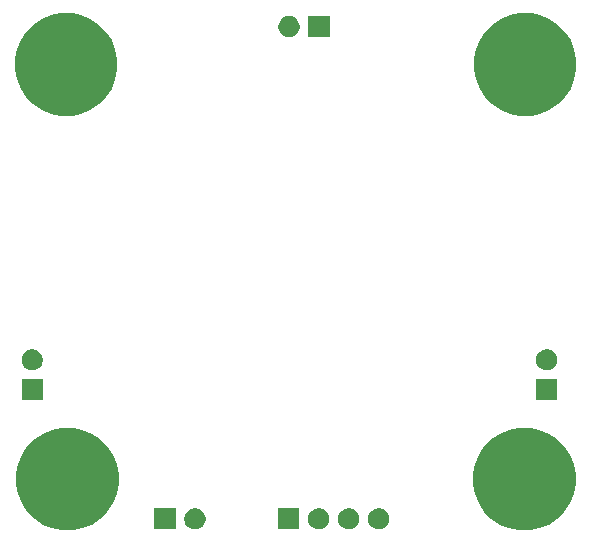
<source format=gbr>
G04 #@! TF.GenerationSoftware,KiCad,Pcbnew,(5.1.5)-3*
G04 #@! TF.CreationDate,2020-08-02T02:59:21-04:00*
G04 #@! TF.ProjectId,STM32F4,53544d33-3246-4342-9e6b-696361645f70,rev?*
G04 #@! TF.SameCoordinates,Original*
G04 #@! TF.FileFunction,Soldermask,Bot*
G04 #@! TF.FilePolarity,Negative*
%FSLAX46Y46*%
G04 Gerber Fmt 4.6, Leading zero omitted, Abs format (unit mm)*
G04 Created by KiCad (PCBNEW (5.1.5)-3) date 2020-08-02 02:59:21*
%MOMM*%
%LPD*%
G04 APERTURE LIST*
%ADD10C,0.100000*%
G04 APERTURE END LIST*
D10*
G36*
X63349656Y-97272794D02*
G01*
X64070640Y-97416206D01*
X64862472Y-97744193D01*
X65575101Y-98220357D01*
X66181143Y-98826399D01*
X66657307Y-99539028D01*
X66985294Y-100330860D01*
X67152500Y-101171464D01*
X67152500Y-102028536D01*
X66985294Y-102869140D01*
X66657307Y-103660972D01*
X66181143Y-104373601D01*
X65575101Y-104979643D01*
X64862472Y-105455807D01*
X64070640Y-105783794D01*
X63349656Y-105927206D01*
X63230037Y-105951000D01*
X62372963Y-105951000D01*
X62253344Y-105927206D01*
X61532360Y-105783794D01*
X60740528Y-105455807D01*
X60027899Y-104979643D01*
X59421857Y-104373601D01*
X58945693Y-103660972D01*
X58617706Y-102869140D01*
X58450500Y-102028536D01*
X58450500Y-101171464D01*
X58617706Y-100330860D01*
X58945693Y-99539028D01*
X59421857Y-98826399D01*
X60027899Y-98220357D01*
X60740528Y-97744193D01*
X61532360Y-97416206D01*
X62253344Y-97272794D01*
X62372963Y-97249000D01*
X63230037Y-97249000D01*
X63349656Y-97272794D01*
G37*
G36*
X102021156Y-97272794D02*
G01*
X102742140Y-97416206D01*
X103533972Y-97744193D01*
X104246601Y-98220357D01*
X104852643Y-98826399D01*
X105328807Y-99539028D01*
X105656794Y-100330860D01*
X105824000Y-101171464D01*
X105824000Y-102028536D01*
X105656794Y-102869140D01*
X105328807Y-103660972D01*
X104852643Y-104373601D01*
X104246601Y-104979643D01*
X103533972Y-105455807D01*
X102742140Y-105783794D01*
X102021156Y-105927206D01*
X101901537Y-105951000D01*
X101044463Y-105951000D01*
X100924844Y-105927206D01*
X100203860Y-105783794D01*
X99412028Y-105455807D01*
X98699399Y-104979643D01*
X98093357Y-104373601D01*
X97617193Y-103660972D01*
X97289206Y-102869140D01*
X97122000Y-102028536D01*
X97122000Y-101171464D01*
X97289206Y-100330860D01*
X97617193Y-99539028D01*
X98093357Y-98826399D01*
X98699399Y-98220357D01*
X99412028Y-97744193D01*
X100203860Y-97416206D01*
X100924844Y-97272794D01*
X101044463Y-97249000D01*
X101901537Y-97249000D01*
X102021156Y-97272794D01*
G37*
G36*
X82435000Y-105866500D02*
G01*
X80633000Y-105866500D01*
X80633000Y-104064500D01*
X82435000Y-104064500D01*
X82435000Y-105866500D01*
G37*
G36*
X73710012Y-104069427D02*
G01*
X73859312Y-104099124D01*
X74023284Y-104167044D01*
X74170854Y-104265647D01*
X74296353Y-104391146D01*
X74394956Y-104538716D01*
X74462876Y-104702688D01*
X74497500Y-104876759D01*
X74497500Y-105054241D01*
X74462876Y-105228312D01*
X74394956Y-105392284D01*
X74296353Y-105539854D01*
X74170854Y-105665353D01*
X74023284Y-105763956D01*
X73859312Y-105831876D01*
X73710012Y-105861573D01*
X73685242Y-105866500D01*
X73507758Y-105866500D01*
X73482988Y-105861573D01*
X73333688Y-105831876D01*
X73169716Y-105763956D01*
X73022146Y-105665353D01*
X72896647Y-105539854D01*
X72798044Y-105392284D01*
X72730124Y-105228312D01*
X72695500Y-105054241D01*
X72695500Y-104876759D01*
X72730124Y-104702688D01*
X72798044Y-104538716D01*
X72896647Y-104391146D01*
X73022146Y-104265647D01*
X73169716Y-104167044D01*
X73333688Y-104099124D01*
X73482988Y-104069427D01*
X73507758Y-104064500D01*
X73685242Y-104064500D01*
X73710012Y-104069427D01*
G37*
G36*
X71957500Y-105866500D02*
G01*
X70155500Y-105866500D01*
X70155500Y-104064500D01*
X71957500Y-104064500D01*
X71957500Y-105866500D01*
G37*
G36*
X89267512Y-104069427D02*
G01*
X89416812Y-104099124D01*
X89580784Y-104167044D01*
X89728354Y-104265647D01*
X89853853Y-104391146D01*
X89952456Y-104538716D01*
X90020376Y-104702688D01*
X90055000Y-104876759D01*
X90055000Y-105054241D01*
X90020376Y-105228312D01*
X89952456Y-105392284D01*
X89853853Y-105539854D01*
X89728354Y-105665353D01*
X89580784Y-105763956D01*
X89416812Y-105831876D01*
X89267512Y-105861573D01*
X89242742Y-105866500D01*
X89065258Y-105866500D01*
X89040488Y-105861573D01*
X88891188Y-105831876D01*
X88727216Y-105763956D01*
X88579646Y-105665353D01*
X88454147Y-105539854D01*
X88355544Y-105392284D01*
X88287624Y-105228312D01*
X88253000Y-105054241D01*
X88253000Y-104876759D01*
X88287624Y-104702688D01*
X88355544Y-104538716D01*
X88454147Y-104391146D01*
X88579646Y-104265647D01*
X88727216Y-104167044D01*
X88891188Y-104099124D01*
X89040488Y-104069427D01*
X89065258Y-104064500D01*
X89242742Y-104064500D01*
X89267512Y-104069427D01*
G37*
G36*
X86727512Y-104069427D02*
G01*
X86876812Y-104099124D01*
X87040784Y-104167044D01*
X87188354Y-104265647D01*
X87313853Y-104391146D01*
X87412456Y-104538716D01*
X87480376Y-104702688D01*
X87515000Y-104876759D01*
X87515000Y-105054241D01*
X87480376Y-105228312D01*
X87412456Y-105392284D01*
X87313853Y-105539854D01*
X87188354Y-105665353D01*
X87040784Y-105763956D01*
X86876812Y-105831876D01*
X86727512Y-105861573D01*
X86702742Y-105866500D01*
X86525258Y-105866500D01*
X86500488Y-105861573D01*
X86351188Y-105831876D01*
X86187216Y-105763956D01*
X86039646Y-105665353D01*
X85914147Y-105539854D01*
X85815544Y-105392284D01*
X85747624Y-105228312D01*
X85713000Y-105054241D01*
X85713000Y-104876759D01*
X85747624Y-104702688D01*
X85815544Y-104538716D01*
X85914147Y-104391146D01*
X86039646Y-104265647D01*
X86187216Y-104167044D01*
X86351188Y-104099124D01*
X86500488Y-104069427D01*
X86525258Y-104064500D01*
X86702742Y-104064500D01*
X86727512Y-104069427D01*
G37*
G36*
X84187512Y-104069427D02*
G01*
X84336812Y-104099124D01*
X84500784Y-104167044D01*
X84648354Y-104265647D01*
X84773853Y-104391146D01*
X84872456Y-104538716D01*
X84940376Y-104702688D01*
X84975000Y-104876759D01*
X84975000Y-105054241D01*
X84940376Y-105228312D01*
X84872456Y-105392284D01*
X84773853Y-105539854D01*
X84648354Y-105665353D01*
X84500784Y-105763956D01*
X84336812Y-105831876D01*
X84187512Y-105861573D01*
X84162742Y-105866500D01*
X83985258Y-105866500D01*
X83960488Y-105861573D01*
X83811188Y-105831876D01*
X83647216Y-105763956D01*
X83499646Y-105665353D01*
X83374147Y-105539854D01*
X83275544Y-105392284D01*
X83207624Y-105228312D01*
X83173000Y-105054241D01*
X83173000Y-104876759D01*
X83207624Y-104702688D01*
X83275544Y-104538716D01*
X83374147Y-104391146D01*
X83499646Y-104265647D01*
X83647216Y-104167044D01*
X83811188Y-104099124D01*
X83960488Y-104069427D01*
X83985258Y-104064500D01*
X84162742Y-104064500D01*
X84187512Y-104069427D01*
G37*
G36*
X60718000Y-94944500D02*
G01*
X58916000Y-94944500D01*
X58916000Y-93142500D01*
X60718000Y-93142500D01*
X60718000Y-94944500D01*
G37*
G36*
X104279000Y-94944500D02*
G01*
X102477000Y-94944500D01*
X102477000Y-93142500D01*
X104279000Y-93142500D01*
X104279000Y-94944500D01*
G37*
G36*
X59930512Y-90607427D02*
G01*
X60079812Y-90637124D01*
X60243784Y-90705044D01*
X60391354Y-90803647D01*
X60516853Y-90929146D01*
X60615456Y-91076716D01*
X60683376Y-91240688D01*
X60718000Y-91414759D01*
X60718000Y-91592241D01*
X60683376Y-91766312D01*
X60615456Y-91930284D01*
X60516853Y-92077854D01*
X60391354Y-92203353D01*
X60243784Y-92301956D01*
X60079812Y-92369876D01*
X59930512Y-92399573D01*
X59905742Y-92404500D01*
X59728258Y-92404500D01*
X59703488Y-92399573D01*
X59554188Y-92369876D01*
X59390216Y-92301956D01*
X59242646Y-92203353D01*
X59117147Y-92077854D01*
X59018544Y-91930284D01*
X58950624Y-91766312D01*
X58916000Y-91592241D01*
X58916000Y-91414759D01*
X58950624Y-91240688D01*
X59018544Y-91076716D01*
X59117147Y-90929146D01*
X59242646Y-90803647D01*
X59390216Y-90705044D01*
X59554188Y-90637124D01*
X59703488Y-90607427D01*
X59728258Y-90602500D01*
X59905742Y-90602500D01*
X59930512Y-90607427D01*
G37*
G36*
X103491512Y-90607427D02*
G01*
X103640812Y-90637124D01*
X103804784Y-90705044D01*
X103952354Y-90803647D01*
X104077853Y-90929146D01*
X104176456Y-91076716D01*
X104244376Y-91240688D01*
X104279000Y-91414759D01*
X104279000Y-91592241D01*
X104244376Y-91766312D01*
X104176456Y-91930284D01*
X104077853Y-92077854D01*
X103952354Y-92203353D01*
X103804784Y-92301956D01*
X103640812Y-92369876D01*
X103491512Y-92399573D01*
X103466742Y-92404500D01*
X103289258Y-92404500D01*
X103264488Y-92399573D01*
X103115188Y-92369876D01*
X102951216Y-92301956D01*
X102803646Y-92203353D01*
X102678147Y-92077854D01*
X102579544Y-91930284D01*
X102511624Y-91766312D01*
X102477000Y-91592241D01*
X102477000Y-91414759D01*
X102511624Y-91240688D01*
X102579544Y-91076716D01*
X102678147Y-90929146D01*
X102803646Y-90803647D01*
X102951216Y-90705044D01*
X103115188Y-90637124D01*
X103264488Y-90607427D01*
X103289258Y-90602500D01*
X103466742Y-90602500D01*
X103491512Y-90607427D01*
G37*
G36*
X102097356Y-62169994D02*
G01*
X102818340Y-62313406D01*
X103610172Y-62641393D01*
X104322801Y-63117557D01*
X104928843Y-63723599D01*
X105405007Y-64436228D01*
X105732994Y-65228060D01*
X105900200Y-66068664D01*
X105900200Y-66925736D01*
X105732994Y-67766340D01*
X105405007Y-68558172D01*
X104928843Y-69270801D01*
X104322801Y-69876843D01*
X103610172Y-70353007D01*
X102818340Y-70680994D01*
X102097356Y-70824406D01*
X101977737Y-70848200D01*
X101120663Y-70848200D01*
X101001044Y-70824406D01*
X100280060Y-70680994D01*
X99488228Y-70353007D01*
X98775599Y-69876843D01*
X98169557Y-69270801D01*
X97693393Y-68558172D01*
X97365406Y-67766340D01*
X97198200Y-66925736D01*
X97198200Y-66068664D01*
X97365406Y-65228060D01*
X97693393Y-64436228D01*
X98169557Y-63723599D01*
X98775599Y-63117557D01*
X99488228Y-62641393D01*
X100280060Y-62313406D01*
X101001044Y-62169994D01*
X101120663Y-62146200D01*
X101977737Y-62146200D01*
X102097356Y-62169994D01*
G37*
G36*
X63235356Y-62169994D02*
G01*
X63956340Y-62313406D01*
X64748172Y-62641393D01*
X65460801Y-63117557D01*
X66066843Y-63723599D01*
X66543007Y-64436228D01*
X66870994Y-65228060D01*
X67038200Y-66068664D01*
X67038200Y-66925736D01*
X66870994Y-67766340D01*
X66543007Y-68558172D01*
X66066843Y-69270801D01*
X65460801Y-69876843D01*
X64748172Y-70353007D01*
X63956340Y-70680994D01*
X63235356Y-70824406D01*
X63115737Y-70848200D01*
X62258663Y-70848200D01*
X62139044Y-70824406D01*
X61418060Y-70680994D01*
X60626228Y-70353007D01*
X59913599Y-69876843D01*
X59307557Y-69270801D01*
X58831393Y-68558172D01*
X58503406Y-67766340D01*
X58336200Y-66925736D01*
X58336200Y-66068664D01*
X58503406Y-65228060D01*
X58831393Y-64436228D01*
X59307557Y-63723599D01*
X59913599Y-63117557D01*
X60626228Y-62641393D01*
X61418060Y-62313406D01*
X62139044Y-62169994D01*
X62258663Y-62146200D01*
X63115737Y-62146200D01*
X63235356Y-62169994D01*
G37*
G36*
X81673512Y-62403927D02*
G01*
X81822812Y-62433624D01*
X81986784Y-62501544D01*
X82134354Y-62600147D01*
X82259853Y-62725646D01*
X82358456Y-62873216D01*
X82426376Y-63037188D01*
X82461000Y-63211259D01*
X82461000Y-63388741D01*
X82426376Y-63562812D01*
X82358456Y-63726784D01*
X82259853Y-63874354D01*
X82134354Y-63999853D01*
X81986784Y-64098456D01*
X81822812Y-64166376D01*
X81673512Y-64196073D01*
X81648742Y-64201000D01*
X81471258Y-64201000D01*
X81446488Y-64196073D01*
X81297188Y-64166376D01*
X81133216Y-64098456D01*
X80985646Y-63999853D01*
X80860147Y-63874354D01*
X80761544Y-63726784D01*
X80693624Y-63562812D01*
X80659000Y-63388741D01*
X80659000Y-63211259D01*
X80693624Y-63037188D01*
X80761544Y-62873216D01*
X80860147Y-62725646D01*
X80985646Y-62600147D01*
X81133216Y-62501544D01*
X81297188Y-62433624D01*
X81446488Y-62403927D01*
X81471258Y-62399000D01*
X81648742Y-62399000D01*
X81673512Y-62403927D01*
G37*
G36*
X85001000Y-64201000D02*
G01*
X83199000Y-64201000D01*
X83199000Y-62399000D01*
X85001000Y-62399000D01*
X85001000Y-64201000D01*
G37*
M02*

</source>
